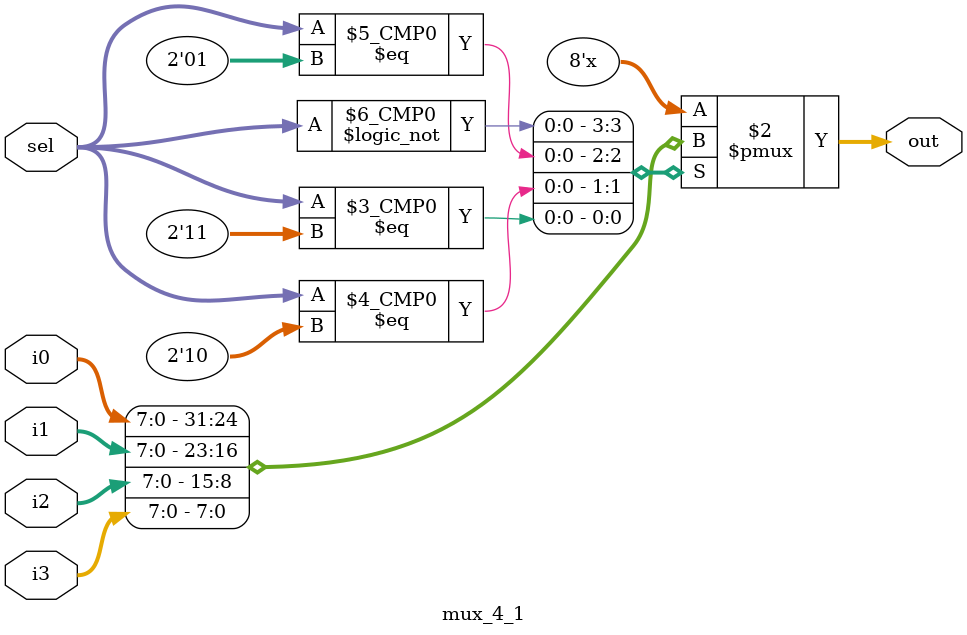
<source format=v>
`timescale 1ns / 1ps
module mux_4_1(i0, i1, i2, i3, sel, out);
	input [7:0] i0, i1, i2, i3;
	input [1:0] sel;
	output reg [7:0] out;
	
	always @(i0 or i1 or i2 or i3 or sel)
	begin
		case( sel )
			2'b00:	out = i0;
			2'b01:	out = i1;
			2'b10:	out = i2;
			2'b11:	out = i3;
			default: out = 8'b00000000;
		endcase
	end

endmodule

</source>
